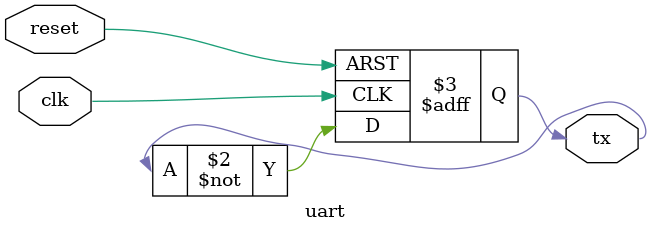
<source format=sv>
`timescale 1ns/1ps

module uart(input logic clk, input logic reset, output reg tx);
    always @(posedge clk or posedge reset) begin
        if(reset) tx <= 1'b0;
        else tx <= ~tx;
    end
endmodule

</source>
